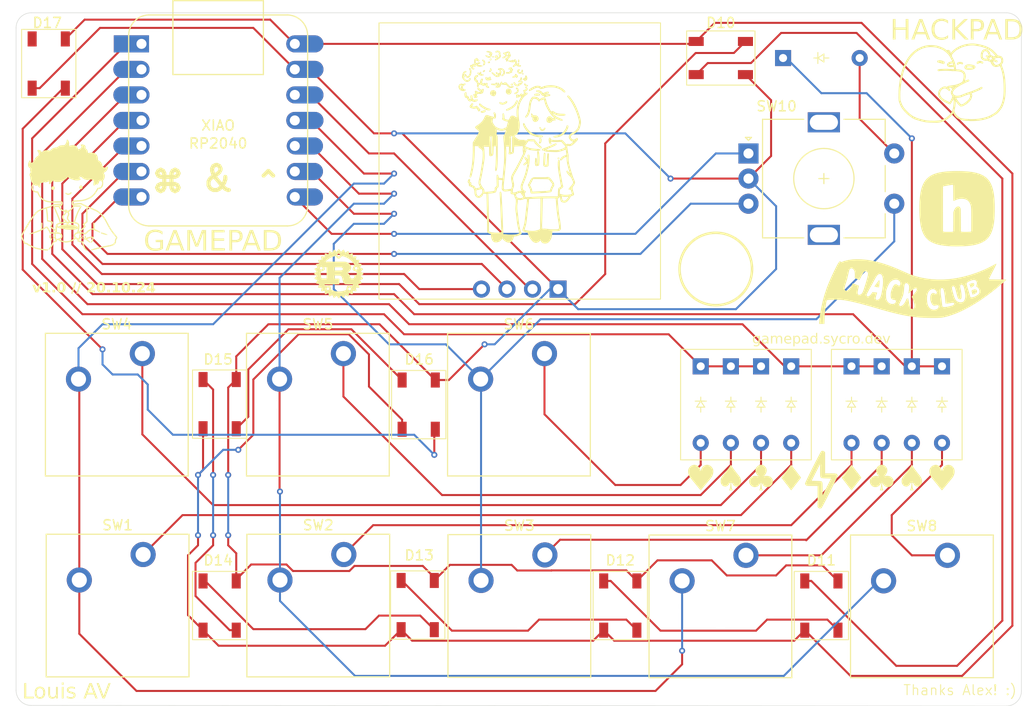
<source format=kicad_pcb>
(kicad_pcb (version 20240108) (generator "pcbnew") (generator_version "8.0")
  (layers (0 "F.Cu" signal) (31 "B.Cu" signal) (34 "B.Paste" user) (35 "F.Paste" user) (36 "B.SilkS" user "B.Silkscreen") (37 "F.SilkS" user "F.Silkscreen") (38 "B.Mask" user) (39 "F.Mask" user) (44 "Edge.Cuts" user))
  (net 0 "")
  (net 1 "Net-(D1-A)")
  (net 2 "Row 1")
  (net 3 "Net-(D2-A)")
  (net 4 "Net-(D3-A)")
  (net 5 "Net-(D4-A)")
  (net 6 "Row 2")
  (net 7 "Net-(D5-A)")
  (net 8 "Net-(D6-A)")
  (net 9 "Row 3")
  (net 10 "Net-(D7-A)")
  (net 11 "Net-(D8-A)")
  (net 12 "EC11SWB")
  (net 13 "Net-(D10-DOUT)")
  (net 14 "RGB")
  (net 15 "GND")
  (net 16 "Net-(D11-DOUT)")
  (net 17 "Net-(D12-DOUT)")
  (net 18 "Net-(D13-DOUT)")
  (net 19 "Net-(D14-DOUT)")
  (net 20 "SCL")
  (net 21 "SDA")
  (net 22 "Column 1")
  (net 23 "Column 3")
  (net 24 "EC11B")
  (net 25 "EC11A")
  (net 26 "+3.3V")
  (net 27 "Column 2")
  (net 28 "+5V")
  (net 29 "Net-(D15-DOUT)")
  (net 30 "Net-(D16-DOUT)")
  (footprint "ScottoKeebs_Components:Diode_DO-35" (layer "F.Cu") (at 173 106.19 -90)
    (property "Reference" "D3" (hide yes))
    (property "Value" "D" (hide yes))
    (pad "1" thru_hole rect (at 0 0 270) (size 1.6 1.6) (drill 0.8) (layers "*.Cu" "*.Mask") (net 2 "Row 1"))
    (pad "2" thru_hole oval (at 7.62 0 270) (size 1.6 1.6) (drill 0.8) (layers "*.Cu" "*.Mask") (net 4 "Net-(D3-A)"))
  )
  (footprint "ScottoKeebs_Components:LED_WS2812B" (layer "F.Cu") (at 126.95 110 90)
    (property "Reference" "D16" (at 4.5 0.05 0) (layer "F.SilkS"))
    (property "Value" "WS2812B")
    (pad "1" smd rect (at -2.45 -1.65 90) (size 1.5 0.9) (layers "F.Cu" "F.Paste" "F.Mask") (net 28 "+5V"))
    (pad "2" smd rect (at -2.45 1.65 90) (size 1.5 0.9) (layers "F.Cu" "F.Paste" "F.Mask") (net 30 "Net-(D16-DOUT)"))
    (pad "3" smd rect (at 2.45 1.65 90) (size 1.5 0.9) (layers "F.Cu" "F.Paste" "F.Mask") (net 15 "GND"))
    (pad "4" smd rect (at 2.45 -1.65 90) (size 1.5 0.9) (layers "F.Cu" "F.Paste" "F.Mask") (net 29 "Net-(D15-DOUT)"))
  )
  (footprint "ScottoKeebs_MX:MX_PCB_1.00u" (layer "F.Cu") (at 156.96 130.08)
    (property "Reference" "SW7" (at 0 -8 0) (layer "F.SilkS"))
    (property "Value" "SW_Push_45deg")
    (pad "" np_thru_hole circle (at -5.08 0) (size 1.75 1.75) (drill 1.75) (layers "*.Cu" "*.Mask"))
    (pad "" np_thru_hole circle (at 0 0) (size 4 4) (drill 4) (layers "*.Cu" "*.Mask"))
    (pad "" np_thru_hole circle (at 5.08 0) (size 1.75 1.75) (drill 1.75) (layers "*.Cu" "*.Mask"))
    (pad "1" thru_hole circle (at -3.81 -2.54) (size 2.5 2.5) (drill 1.5) (layers "*.Cu" "*.Mask") (net 22 "Column 1"))
    (pad "2" thru_hole circle (at 2.54 -5.08) (size 2.5 2.5) (drill 1.5) (layers "*.Cu" "*.Mask") (net 10 "Net-(D7-A)"))
  )
  (footprint "LOGO" (layer "F.Cu") (at 180.5 90.5)
    (property "Reference" "G***" (hide yes))
    (property "Value" "LOGO" (hide yes))
  )
  (footprint "LOGO" (layer "F.Cu") (at 119 97)
    (property "Reference" "G***" (hide yes))
    (property "Value" "LOGO" (hide yes))
  )
  (footprint "ScottoKeebs_MX:MX_PCB_1.00u" (layer "F.Cu") (at 96.92 110)
    (property "Reference" "SW4" (at 0 -8 0) (layer "F.SilkS"))
    (property "Value" "SW_Push_45deg")
    (pad "" np_thru_hole circle (at -5.08 0) (size 1.75 1.75) (drill 1.75) (layers "*.Cu" "*.Mask"))
    (pad "" np_thru_hole circle (at 0 0) (size 4 4) (drill 4) (layers "*.Cu" "*.Mask"))
    (pad "" np_thru_hole circle (at 5.08 0) (size 1.75 1.75) (drill 1.75) (layers "*.Cu" "*.Mask"))
    (pad "1" thru_hole circle (at -3.81 -2.54) (size 2.5 2.5) (drill 1.5) (layers "*.Cu" "*.Mask") (net 22 "Column 1"))
    (pad "2" thru_hole circle (at 2.54 -5.08) (size 2.5 2.5) (drill 1.5) (layers "*.Cu" "*.Mask") (net 5 "Net-(D4-A)"))
  )
  (footprint "ScottoKeebs_Components:Diode_DO-35" (layer "F.Cu") (at 158 106.19 -90)
    (property "Reference" "D5" (hide yes))
    (property "Value" "D" (hide yes))
    (pad "1" thru_hole rect (at 0 0 270) (size 1.6 1.6) (drill 0.8) (layers "*.Cu" "*.Mask") (net 6 "Row 2"))
    (pad "2" thru_hole oval (at 7.62 0 270) (size 1.6 1.6) (drill 0.8) (layers "*.Cu" "*.Mask") (net 7 "Net-(D5-A)"))
  )
  (footprint "ScottoKeebs_MX:MX_PCB_1.00u" (layer "F.Cu") (at 97 130)
    (property "Reference" "SW1" (at 0 -8 0) (layer "F.SilkS"))
    (property "Value" "SW_Push_45deg")
    (pad "" np_thru_hole circle (at -5.08 0) (size 1.75 1.75) (drill 1.75) (layers "*.Cu" "*.Mask"))
    (pad "" np_thru_hole circle (at 0 0) (size 4 4) (drill 4) (layers "*.Cu" "*.Mask"))
    (pad "" np_thru_hole circle (at 5.08 0) (size 1.75 1.75) (drill 1.75) (layers "*.Cu" "*.Mask"))
    (pad "1" thru_hole circle (at -3.81 -2.54) (size 2.5 2.5) (drill 1.5) (layers "*.Cu" "*.Mask") (net 22 "Column 1"))
    (pad "2" thru_hole circle (at 2.54 -5.08) (size 2.5 2.5) (drill 1.5) (layers "*.Cu" "*.Mask") (net 1 "Net-(D1-A)"))
  )
  (footprint "LOGO" (layer "F.Cu") (at 167 117.5)
    (property "Reference" "G***" (hide yes))
    (property "Value" "LOGO" (hide yes))
  )
  (footprint "Seeed Studio XIAO Series Library:XIAO-Generic-Hybrid-14P-2.54-21X17.8MM" (layer "F.Cu") (at 107 81.712015)
    (property "Reference" "U1" (hide yes))
    (property "Value" "MOUDLE-SEEEDUINO-XIAO" (hide yes))
    (fp_text user "RP2040" (at 0 2.287985 0) (layer "F.SilkS"))
    (fp_text user "XIAO" (at 0 0.5 0) (layer "F.SilkS"))
    (pad "1" thru_hole rect (at -7.625 -7.62) (size 3.5 1.7) (drill 1 (offset -1 0)) (layers "*.Cu" "*.Mask") (net 6 "Row 2"))
    (pad "2" thru_hole oval (at -7.625 -5.08) (size 3.6 1.7) (drill 1 (offset -1 0)) (layers "*.Cu" "*.Mask") (net 2 "Row 1"))
    (pad "3" thru_hole oval (at -7.625 -2.54) (size 3.6 1.7) (drill 1 (offset -1 0)) (layers "*.Cu" "*.Mask") (net 9 "Row 3"))
    (pad "4" thru_hole oval (at -7.625 0) (size 3.6 1.7) (drill 1 (offset -1 0)) (layers "*.Cu" "*.Mask") (net 14 "RGB"))
    (pad "5" thru_hole oval (at -7.625 2.54) (size 3.6 1.7) (drill 1 (offset -1 0)) (layers "*.Cu" "*.Mask") (net 21 "SDA"))
    (pad "6" thru_hole oval (at -7.625 5.08 180) (size 3.6 1.7) (drill 1 (offset 1 0)) (layers "*.Cu" "*.Mask") (net 20 "SCL"))
    (pad "7" thru_hole oval (at -7.625 7.62) (size 3.6 1.7) (drill 1 (offset -1 0)) (layers "*.Cu" "*.Mask") (net 24 "EC11B"))
    (pad "8" thru_hole oval (at 7.625 7.62) (size 3.6 1.7) (drill 1 (offset 1 0)) (layers "*.Cu" "*.Mask") (net 25 "EC11A"))
    (pad "9" thru_hole oval (at 7.625 5.08) (size 3.6 1.7) (drill 1 (offset 1 0)) (layers "*.Cu" "*.Mask") (net 23 "Column 3"))
    (pad "10" thru_hole oval (at 7.625 2.54) (size 3.6 1.7) (drill 1 (offset 1 0)) (layers "*.Cu" "*.Mask") (net 27 "Column 2"))
    (pad "11" thru_hole oval (at 7.625 0) (size 3.7 1.7) (drill 1 (offset 1 0)) (layers "*.Cu" "*.Mask") (net 22 "Column 1"))
    (pad "12" thru_hole oval (at 7.625 -2.54) (size 3.7 1.7) (drill 1 (offset 1 0)) (layers "*.Cu" "*.Mask") (net 26 "+3.3V"))
    (pad "13" thru_hole oval (at 7.625 -5.08) (size 3.7 1.7) (drill 1 (offset 1 0)) (layers "*.Cu" "*.Mask") (net 15 "GND"))
    (pad "14" thru_hole oval (at 7.625 -7.62) (size 3.7 1.7) (drill 1 (offset 1 0)) (layers "*.Cu" "*.Mask") (net 28 "+5V"))
  )
  (footprint "ScottoKeebs_Components:LED_WS2812B" (layer "F.Cu") (at 167 130 90)
    (property "Reference" "D11" (at 4.5 0 0) (layer "F.SilkS"))
    (property "Value" "WS2812B")
    (pad "1" smd rect (at -2.45 -1.65 90) (size 1.5 0.9) (layers "F.Cu" "F.Paste" "F.Mask") (net 28 "+5V"))
    (pad "2" smd rect (at -2.45 1.65 90) (size 1.5 0.9) (layers "F.Cu" "F.Paste" "F.Mask") (net 16 "Net-(D11-DOUT)"))
    (pad "3" smd rect (at 2.45 1.65 90) (size 1.5 0.9) (layers "F.Cu" "F.Paste" "F.Mask") (net 15 "GND"))
    (pad "4" smd rect (at 2.45 -1.65 90) (size 1.5 0.9) (layers "F.Cu" "F.Paste" "F.Mask") (net 13 "Net-(D10-DOUT)"))
  )
  (footprint "LOGO" (layer "F.Cu") (at 180.215771 77.038707)
    (property "Reference" "G***" (hide yes))
    (property "Value" "LOGO" (hide yes))
  )
  (footprint "ScottoKeebs_Components:OLED_128x64" (layer "F.Cu") (at 137 98.5 180)
    (property "Reference" "J1" (hide yes))
    (property "Value" "OLED_128x64")
    (pad "1" thru_hole rect (at -3.81 0 270) (size 1.7 1.7) (drill 1) (layers "*.Cu" "*.Mask") (net 15 "GND"))
    (pad "2" thru_hole oval (at -1.27 0 270) (size 1.7 1.7) (drill 1) (layers "*.Cu" "*.Mask") (net 26 "+3.3V"))
    (pad "3" thru_hole oval (at 1.27 0 270) (size 1.7 1.7) (drill 1) (layers "*.Cu" "*.Mask") (net 20 "SCL"))
    (pad "4" thru_hole oval (at 3.81 0 270) (size 1.7 1.7) (drill 1) (layers "*.Cu" "*.Mask") (net 21 "SDA"))
  )
  (footprint "ScottoKeebs_Components:Diode_DO-35" (layer "F.Cu") (at 163.19 75.5)
    (property "Reference" "D9" (hide yes))
    (property "Value" "D" (hide yes))
    (pad "1" thru_hole rect (at 0 0) (size 1.6 1.6) (drill 0.8) (layers "*.Cu" "*.Mask") (net 9 "Row 3"))
    (pad "2" thru_hole oval (at 7.62 0) (size 1.6 1.6) (drill 0.8) (layers "*.Cu" "*.Mask") (net 12 "EC11SWB"))
  )
  (footprint "ScottoKeebs_MX:MX_PCB_1.00u" (layer "F.Cu") (at 116.92 110)
    (property "Reference" "SW5" (at 0 -8 0) (layer "F.SilkS"))
    (property "Value" "SW_Push_45deg")
    (pad "" np_thru_hole circle (at -5.08 0) (size 1.75 1.75) (drill 1.75) (layers "*.Cu" "*.Mask"))
    (pad "" np_thru_hole circle (at 0 0) (size 4 4) (drill 4) (layers "*.Cu" "*.Mask"))
    (pad "" np_thru_hole circle (at 5.08 0) (size 1.75 1.75) (drill 1.75) (layers "*.Cu" "*.Mask"))
    (pad "1" thru_hole circle (at -3.81 -2.54) (size 2.5 2.5) (drill 1.5) (layers "*.Cu" "*.Mask") (net 27 "Column 2"))
    (pad "2" thru_hole circle (at 2.54 -5.08) (size 2.5 2.5) (drill 1.5) (layers "*.Cu" "*.Mask") (net 7 "Net-(D5-A)"))
  )
  (footprint "ScottoKeebs_Components:LED_WS2812B" (layer "F.Cu") (at 147 130 90)
    (property "Reference" "D12" (at 4.5 0 0) (layer "F.SilkS"))
    (property "Value" "WS2812B")
    (pad "1" smd rect (at -2.45 -1.65 90) (size 1.5 0.9) (layers "F.Cu" "F.Paste" "F.Mask") (net 28 "+5V"))
    (pad "2" smd rect (at -2.45 1.65 90) (size 1.5 0.9) (layers "F.Cu" "F.Paste" "F.Mask") (net 17 "Net-(D12-DOUT)"))
    (pad "3" smd rect (at 2.45 1.65 90) (size 1.5 0.9) (layers "F.Cu" "F.Paste" "F.Mask") (net 15 "GND"))
    (pad "4" smd rect (at 2.45 -1.65 90) (size 1.5 0.9) (layers "F.Cu" "F.Paste" "F.Mask") (net 16 "Net-(D11-DOUT)"))
  )
  (footprint "ScottoKeebs_Components:LED_WS2812B" (layer "F.Cu") (at 90.15 76.05 -90)
    (property "Reference" "D17" (at -4.05 0.15 0) (layer "F.SilkS"))
    (property "Value" "WS2812B")
    (pad "1" smd rect (at -2.45 -1.65 270) (size 1.5 0.9) (layers "F.Cu" "F.Paste" "F.Mask") (net 28 "+5V"))
    (pad "2" smd rect (at -2.45 1.65 270) (size 1.5 0.9) (layers "F.Cu" "F.Paste" "F.Mask"))
    (pad "3" smd rect (at 2.45 1.65 270) (size 1.5 0.9) (layers "F.Cu" "F.Paste" "F.Mask") (net 15 "GND"))
    (pad "4" smd rect (at 2.45 -1.65 270) (size 1.5 0.9) (layers "F.Cu" "F.Paste" "F.Mask") (net 30 "Net-(D16-DOUT)"))
  )
  (footprint "ScottoKeebs_MX:MX_PCB_1.00u" (layer "F.Cu") (at 136.92 110)
    (property "Reference" "SW6" (at 0 -8 0) (layer "F.SilkS"))
    (property "Value" "SW_Push_45deg")
    (pad "" np_thru_hole circle (at -5.08 0) (size 1.75 1.75) (drill 1.75) (layers "*.Cu" "*.Mask"))
    (pad "" np_thru_hole circle (at 0 0) (size 4 4) (drill 4) (layers "*.Cu" "*.Mask"))
    (pad "" np_thru_hole circle (at 5.08 0) (size 1.75 1.75) (drill 1.75) (layers "*.Cu" "*.Mask"))
    (pad "1" thru_hole circle (at -3.81 -2.54) (size 2.5 2.5) (drill 1.5) (layers "*.Cu" "*.Mask") (net 23 "Column 3"))
    (pad "2" thru_hole circle (at 2.54 -5.08) (size 2.5 2.5) (drill 1.5) (layers "*.Cu" "*.Mask") (net 8 "Net-(D6-A)"))
  )
  (footprint "ScottoKeebs_Components:LED_WS2812B" (layer "F.Cu") (at 107.15 130 90)
    (property "Reference" "D14" (at 4.5 -0.15 0) (layer "F.SilkS"))
    (property "Value" "WS2812B")
    (pad "1" smd rect (at -2.45 -1.65 90) (size 1.5 0.9) (layers "F.Cu" "F.Paste" "F.Mask") (net 28 "+5V"))
    (pad "2" smd rect (at -2.45 1.65 90) (size 1.5 0.9) (layers "F.Cu" "F.Paste" "F.Mask") (net 19 "Net-(D14-DOUT)"))
    (pad "3" smd rect (at 2.45 1.65 90) (size 1.5 0.9) (layers "F.Cu" "F.Paste" "F.Mask") (net 15 "GND"))
    (pad "4" smd rect (at 2.45 -1.65 90) (size 1.5 0.9) (layers "F.Cu" "F.Paste" "F.Mask") (net 18 "Net-(D13-DOUT)"))
  )
  (footprint "ScottoKeebs_Components:Diode_DO-35" (layer "F.Cu") (at 155 106.19 -90)
    (property "Reference" "D6" (hide yes))
    (property "Value" "D" (hide yes))
    (pad "1" thru_hole rect (at 0 0 270) (size 1.6 1.6) (drill 0.8) (layers "*.Cu" "*.Mask") (net 6 "Row 2"))
    (pad "2" thru_hole oval (at 7.62 0 270) (size 1.6 1.6) (drill 0.8) (layers "*.Cu" "*.Mask") (net 8 "Net-(D6-A)"))
  )
  (footprint "Rotary_Encoder:RotaryEncoder_Alps_EC11E-Switch_Vertical_H20mm" (layer "F.Cu") (at 159.75 85)
    (property "Reference" "SW10" (at 2.8 -4.7 0) (layer "F.SilkS"))
    (property "Value" "RotaryEncoder_Switch")
    (pad "A" thru_hole rect (at 0 0) (size 2 2) (drill 1) (layers "*.Cu" "*.Mask") (net 25 "EC11A"))
    (pad "B" thru_hole circle (at 0 5) (size 2 2) (drill 1) (layers "*.Cu" "*.Mask") (net 24 "EC11B"))
    (pad "C" thru_hole circle (at 0 2.5) (size 2 2) (drill 1) (layers "*.Cu" "*.Mask") (net 15 "GND"))
    (pad "MP" thru_hole rect (at 7.5 -3.1) (size 3.2 2) (drill oval 2.8 1.5) (layers "*.Cu" "*.Mask"))
    (pad "MP" thru_hole rect (at 7.5 8.1) (size 3.2 2) (drill oval 2.8 1.5) (layers "*.Cu" "*.Mask"))
    (pad "S1" thru_hole circle (at 14.5 5) (size 2 2) (drill 1) (layers "*.Cu" "*.Mask") (net 23 "Column 3"))
    (pad "S2" thru_hole circle (at 14.5 0) (size 2 2) (drill 1) (layers "*.Cu" "*.Mask") (net 12 "EC11SWB"))
  )
  (footprint "LOGO" (layer "F.Cu") (at 92 88)
    (property "Reference" "G***" (hide yes))
    (property "Value" "LOGO" (hide yes))
  )
  (footprint "ScottoKeebs_Components:LED_WS2812B" (layer "F.Cu") (at 157 75.5)
    (property "Reference" "D10" (at 0 -3.5 0) (layer "F.SilkS"))
    (property "Value" "WS2812B")
    (pad "1" smd rect (at -2.45 -1.65) (size 1.5 0.9) (layers "F.Cu" "F.Paste" "F.Mask") (net 28 "+5V"))
    (pad "2" smd rect (at -2.45 1.65) (size 1.5 0.9) (layers "F.Cu" "F.Paste" "F.Mask") (net 13 "Net-(D10-DOUT)"))
    (pad "3" smd rect (at 2.45 1.65) (size 1.5 0.9) (layers "F.Cu" "F.Paste" "F.Mask") (net 15 "GND"))
    (pad "4" smd rect (at 2.45 -1.65) (size 1.5 0.9) (layers "F.Cu" "F.Paste" "F.Mask") (net 14 "RGB"))
  )
  (footprint "ScottoKeebs_Components:Diode_DO-35" (layer "F.Cu") (at 179 106.19 -90)
    (property "Reference" "D8" (hide yes))
    (property "Value" "D" (hide yes))
    (pad "1" thru_hole rect (at 0 0 270) (size 1.6 1.6) (drill 0.8) (layers "*.Cu" "*.Mask") (net 9 "Row 3"))
    (pad "2" thru_hole oval (at 7.62 0 270) (size 1.6 1.6) (drill 0.8) (layers "*.Cu" "*.Mask") (net 11 "Net-(D8-A)"))
  )
  (footprint "ScottoKeebs_Components:LED_WS2812B" (layer "F.Cu") (at 107.15 109.95 90)
    (property "Reference" "D15" (at 4.45 -0.15 0) (layer "F.SilkS"))
    (property "Value" "WS2812B")
    (pad "1" smd rect (at -2.45 -1.65 90) (size 1.5 0.9) (layers "F.Cu" "F.Paste" "F.Mask") (net 28 "+5V"))
    (pad "2" smd rect (at -2.45 1.65 90) (size 1.5 0.9) (layers "F.Cu" "F.Paste" "F.Mask") (net 29 "Net-(D15-DOUT)"))
    (pad "3" smd rect (at 2.45 1.65 90) (size 1.5 0.9) (layers "F.Cu" "F.Paste" "F.Mask") (net 15 "GND"))
    (pad "4" smd rect (at 2.45 -1.65 90) (size 1.5 0.9) (layers "F.Cu" "F.Paste" "F.Mask") (net 19 "Net-(D14-DOUT)"))
  )
  (footprint "ScottoKeebs_Components:LED_WS2812B" (layer "F.Cu") (at 126.85 129.95 90)
    (property "Reference" "D13" (at 4.95 0.15 0) (layer "F.SilkS"))
    (property "Value" "WS2812B")
    (pad "1" smd rect (at -2.45 -1.65 90) (size 1.5 0.9) (layers "F.Cu" "F.Paste" "F.Mask") (net 28 "+5V"))
    (pad "2" smd rect (at -2.45 1.65 90) (size 1.5 0.9) (layers "F.Cu" "F.Paste" "F.Mask") (net 18 "Net-(D13-DOUT)"))
    (pad "3" smd rect (at 2.45 1.65 90) (size 1.5 0.9) (layers "F.Cu" "F.Paste" "F.Mask") (net 15 "GND"))
    (pad "4" smd rect (at 2.45 -1.65 90) (size 1.5 0.9) (layers "F.Cu" "F.Paste" "F.Mask") (net 17 "Net-(D12-DOUT)"))
  )
  (footprint "MountingHole:MountingHole_3.2mm_M3" (layer "F.Cu") (at 156.5 96.5)
    (property "Reference" "REF**" (hide yes))
    (property "Value" "MountingHole_3.2mm_M3")
    (pad "" np_thru_hole circle (at 0 0) (size 3.2 3.2) (drill 3.2) (layers "*.Cu" "*.Mask"))
  )
  (footprint "ScottoKeebs_MX:MX_PCB_1.00u" (layer "F.Cu") (at 116.96 130)
    (property "Reference" "SW2" (at 0 -8 0) (layer "F.SilkS"))
    (property "Value" "SW_Push_45deg")
    (pad "" np_thru_hole circle (at -5.08 0) (size 1.75 1.75) (drill 1.75) (layers "*.Cu" "*.Mask"))
    (pad "" np_thru_hole circle (at 0 0) (size 4 4) (drill 4) (layers "*.Cu" "*.Mask"))
    (pad "" np_thru_hole circle (at 5.08 0) (size 1.75 1.75) (drill 1.75) (layers "*.Cu" "*.Mask"))
    (pad "1" thru_hole circle (at -3.81 -2.54) (size 2.5 2.5) (drill 1.5) (layers "*.Cu" "*.Mask") (net 27 "Column 2"))
    (pad "2" thru_hole circle (at 2.54 -5.08) (size 2.5 2.5) (drill 1.5) (layers "*.Cu" "*.Mask") (net 3 "Net-(D2-A)"))
  )
  (footprint "ScottoKeebs_MX:MX_PCB_1.00u" (layer "F.Cu") (at 177 130.08)
    (property "Reference" "SW8" (at 0 -8 0) (layer "F.SilkS"))
    (property "Value" "SW_Push_45deg")
    (pad "" np_thru_hole circle (at -5.08 0) (size 1.75 1.75) (drill 1.75) (layers "*.Cu" "*.Mask"))
    (pad "" np_thru_hole circle (at 0 0) (size 4 4) (drill 4) (layers "*.Cu" "*.Mask"))
    (pad "" np_thru_hole circle (at 5.08 0) (size 1.75 1.75) (drill 1.75) (layers "*.Cu" "*.Mask"))
    (pad "1" thru_hole circle (at -3.81 -2.54) (size 2.5 2.5) (drill 1.5) (layers "*.Cu" "*.Mask") (net 27 "Column 2"))
    (pad "2" thru_hole circle (at 2.54 -5.08) (size 2.5 2.5) (drill 1.5) (layers "*.Cu" "*.Mask") (net 11 "Net-(D8-A)"))
  )
  (footprint "ScottoKeebs_Components:Diode_DO-35" (layer "F.Cu") (at 164 106.19 -90)
    (property "Reference" "D1" (hide yes))
    (property "Value" "D" (hide yes))
    (pad "1" thru_hole rect (at 0 0 270) (size 1.6 1.6) (drill 0.8) (layers "*.Cu" "*.Mask") (net 2 "Row 1"))
    (pad "2" thru_hole oval (at 7.62 0 270) (size 1.6 1.6) (drill 0.8) (layers "*.Cu" "*.Mask") (net 1 "Net-(D1-A)"))
  )
  (footprint "LOGO" (layer "F.Cu") (at 176.5 98.5)
    (property "Reference" "G***" (hide yes))
    (property "Value" "LOGO" (hide yes))
  )
  (footprint "ScottoKeebs_MX:MX_PCB_1.00u" (layer "F.Cu") (at 136.96 130.04)
    (property "Reference" "SW3" (at 0 -8 0) (layer "F.SilkS"))
    (property "Value" "SW_Push_45deg")
    (pad "" np_thru_hole circle (at -5.08 0) (size 1.75 1.75) (drill 1.75) (layers "*.Cu" "*.Mask"))
    (pad "" np_thru_hole circle (at 0 0) (size 4 4) (drill 4) (layers "*.Cu" "*.Mask"))
    (pad "" np_thru_hole circle (at 5.08 0) (size 1.75 1.75) (drill 1.75) (layers "*.Cu" "*.Mask"))
    (pad "1" thru_hole circle (at -3.81 -2.54) (size 2.5 2.5) (drill 1.5) (layers "*.Cu" "*.Mask") (net 23 "Column 3"))
    (pad "2" thru_hole circle (at 2.54 -5.08) (size 2.5 2.5) (drill 1.5) (layers "*.Cu" "*.Mask") (net 4 "Net-(D3-A)"))
  )
  (footprint "ScottoKeebs_Components:Diode_DO-35" (layer "F.Cu") (at 161 106.19 -90)
    (property "Reference" "D4" (hide yes))
    (property "Value" "D" (hide yes))
    (pad "1" thru_hole rect (at 0 0 270) (size 1.6 1.6) (drill 0.8) (layers "*.Cu" "*.Mask") (net 6 "Row 2"))
    (pad "2" thru_hole oval (at 7.62 0 270) (size 1.6 1.6) (drill 0.8) (layers "*.Cu" "*.Mask") (net 5 "Net-(D4-A)"))
  )
  (footprint "ScottoKeebs_Components:Diode_DO-35" (layer "F.Cu") (at 170 106.19 -90)
    (property "Reference" "D2" (hide yes))
    (property "Value" "D" (hide yes))
    (pad "1" thru_hole rect (at 0 0 270) (size 1.6 1.6) (drill 0.8) (layers "*.Cu" "*.Mask") (net 2 "Row 1"))
    (pad "2" thru_hole oval (at 7.62 0 270) (size 1.6 1.6) (drill 0.8) (layers "*.Cu" "*.Mask") (net 3 "Net-(D2-A)"))
  )
  (footprint "LOGO" (layer "F.Cu") (at 137.5 86.5)
    (property "Reference" "G***" (hide yes))
    (property "Value" "LOGO" (hide yes))
  )
  (footprint "ScottoKeebs_Components:Diode_DO-35" (layer "F.Cu") (at 176 106.19 -90)
    (property "Reference" "D7" (hide yes))
    (property "Value" "D" (hide yes))
    (pad "1" thru_hole rect (at 0 0 270) (size 1.6 1.6) (drill 0.8) (layers "*.Cu" "*.Mask") (net 9 "Row 3"))
    (pad "2" thru_hole oval (at 7.62 0 270) (size 1.6 1.6) (drill 0.8) (layers "*.Cu" "*.Mask") (net 10 "Net-(D7-A)"))
  )
  (gr_circle (center 156.5 96.5) (end 160.105551 96.5) (stroke (width 0.25)) (fill none) (layer "F.SilkS"))
  (gr_rect (start 168 104.5) (end 181 115.5) (stroke (width 0.1)) (fill none) (layer "F.SilkS"))
  (gr_rect (start 123 72) (end 151 99.5) (stroke (width 0.1)) (fill none) (layer "F.SilkS"))
  (gr_rect (start 153 104.5) (end 166 115.5) (stroke (width 0.1)) (fill none) (layer "F.SilkS"))
  (gr_line (start 88.4 71) (end 185.4 71) (stroke (width 0.05)) (layer "Edge.Cuts"))
  (gr_line (start 185.4 140) (end 88.40004 139.9393) (stroke (width 0.05)) (layer "Edge.Cuts"))
  (gr_line (start 86.90004 138.4393) (end 86.9 72.5) (stroke (width 0.05)) (layer "Edge.Cuts"))
  (gr_arc (start 88.40004 139.9393) (mid 87.33938 139.49996) (end 86.90004 138.4393) (stroke (width 0.05)) (layer "Edge.Cuts"))
  (gr_arc (start 186.9 138.5) (mid 186.46066 139.56066) (end 185.4 140) (stroke (width 0.05)) (layer "Edge.Cuts"))
  (gr_arc (start 185.4 71) (mid 186.46066 71.43934) (end 186.9 72.5) (stroke (width 0.05)) (layer "Edge.Cuts"))
  (gr_arc (start 86.9 72.5) (mid 87.33934 71.43934) (end 88.4 71) (stroke (width 0.05)) (layer "Edge.Cuts"))
  (gr_line (start 186.9 72.5) (end 186.9 138.5) (stroke (width 0.05)) (layer "Edge.Cuts"))
  (gr_text "♠︎" (at 176 117.5 0) (layer "F.SilkS") (effects (font (size 2.5 2.5) (thickness 0.1))))
  (gr_text "v1.0 // 20.10.24" (at 88.5 99 0) (layer "F.SilkS") (effects (font (size 1 1) (thickness 0.25) (bold yes)) (justify left bottom)))
  (gr_text "gamepad.sycro.dev" (at 167 103.5 0) (layer "F.SilkS") (effects (font (size 1 1) (thickness 0.1))))
  (gr_text "HACKPAD" (at 180.5 74 0) (layer "F.SilkS") (effects (font (size 2 2) (thickness 0.1)) (justify bottom)))
  (gr_text "Thanks Alex! :)" (at 186.5 139 0) (layer "F.SilkS") (effects (font (size 1 1) (thickness 0.1)) (justify right bottom)))
  (gr_text "♦︎" (at 164 117.5 0) (layer "F.SilkS") (effects (font (size 2.5 2.5) (thickness 0.1))))
  (gr_text "♥︎" (at 155 117.5 0) (layer "F.SilkS") (effects (font (size 2.5 2.5) (thickness 0.1))))
  (gr_text "♠︎" (at 158 117.5 0) (layer "F.SilkS") (effects (font (size 2.5 2.5) (thickness 0.1))))
  (gr_text "♦︎" (at 170 117.5 0) (layer "F.SilkS") (effects (font (size 2.5 2.5) (thickness 0.1))))
  (gr_text "Louis AV" (at 87.5 139.5 0) (layer "F.SilkS") (effects (font (size 1.5 1.5) (thickness 0.1)) (justify left bottom)))
  (gr_text "GAMEPAD" (at 106.5 95 0) (layer "F.SilkS") (effects (font (size 2 2) (thickness 0.1)) (justify bottom)))
  (gr_text "♣︎" (at 173 117.5 0) (layer "F.SilkS") (effects (font (size 2.5 2.5) (thickness 0.1))))
  (gr_text "⌘ & ⌃" (at 107 87.5 0) (layer "F.SilkS") (effects (font (size 2.5 2.5) (thickness 0.4))))
  (gr_text "♣︎" (at 161 117.5 0) (layer "F.SilkS") (effects (font (size 2.5 2.5) (thickness 0.1))))
  (gr_text "♥︎" (at 179 117.5 0) (layer "F.SilkS") (effects (font (size 2.5 2.5) (thickness 0.1))))
  (segment (start 164 113.81) (end 164 116) (width 0.2) (layer "F.Cu") (net 1))
  (segment (start 164 116) (end 159 121) (width 0.2) (layer "F.Cu") (net 1))
  (segment (start 103.46 121) (end 99.54 124.92) (width 0.2) (layer "F.Cu") (net 1))
  (segment (start 159 121) (end 103.46 121) (width 0.2) (layer "F.Cu") (net 1))
  (segment (start 126 102) (end 124 100) (width 0.2) (layer "F.Cu") (net 2))
  (segment (start 163.345 106.19) (end 159.155 102) (width 0.2) (layer "F.Cu") (net 2))
  (segment (start 97.867985 76.632015) (end 99.375 76.632015) (width 0.2) (layer "F.Cu") (net 2))
  (segment (start 164 106.19) (end 170 106.19) (width 0.2) (layer "F.Cu") (net 2))
  (segment (start 159.155 102) (end 126 102) (width 0.2) (layer "F.Cu") (net 2))
  (segment (start 124 100) (end 94 100) (width 0.2) (layer "F.Cu") (net 2))
  (segment (start 89.5 95.5) (end 89.5 85) (width 0.2) (layer "F.Cu") (net 2))
  (segment (start 89.5 85) (end 97.867985 76.632015) (width 0.2) (layer "F.Cu") (net 2))
  (segment (start 170 106.19) (end 173 106.19) (width 0.2) (layer "F.Cu") (net 2))
  (segment (start 164 106.19) (end 163.345 106.19) (width 0.2) (layer "F.Cu") (net 2))
  (segment (start 94 100) (end 89.5 95.5) (width 0.2) (layer "F.Cu") (net 2))
  (segment (start 170 116) (end 164 122) (width 0.2) (layer "F.Cu") (net 3))
  (segment (start 164 122) (end 122.42 122) (width 0.2) (layer "F.Cu") (net 3))
  (segment (start 170 113.81) (end 170 116) (width 0.2) (layer "F.Cu") (net 3))
  (segment (start 122.42 122) (end 119.5 124.92) (width 0.2) (layer "F.Cu") (net 3))
  (segment (start 165.45 123.45) (end 141.01 123.45) (width 0.2) (layer "F.Cu") (net 4))
  (segment (start 165.5 123.5) (end 165.45 123.45) (width 0.2) (layer "F.Cu") (net 4))
  (segment (start 141.01 123.45) (end 139.5 124.96) (width 0.2) (layer "F.Cu") (net 4))
  (segment (start 173 116) (end 165.5 123.5) (width 0.2) (layer "F.Cu") (net 4))
  (segment (start 173 113.81) (end 173 116) (width 0.2) (layer "F.Cu") (net 4))
  (segment (start 106.5 120) (end 99.46 112.96) (width 0.2) (layer "F.Cu") (net 5))
  (segment (start 157 120) (end 106.5 120) (width 0.2) (layer "F.Cu") (net 5))
  (segment (start 99.46 112.96) (end 99.46 104.92) (width 0.2) (layer "F.Cu") (net 5))
  (segment (start 161 113.81) (end 161 116) (width 0.2) (layer "F.Cu") (net 5))
  (segment (start 161 116) (end 157 120) (width 0.2) (layer "F.Cu") (net 5))
  (segment (start 99.375 74.092015) (end 97.907985 74.092015) (width 0.2) (layer "F.Cu") (net 6))
  (segment (start 123.5 101) (end 125.5 103) (width 0.2) (layer "F.Cu") (net 6))
  (segment (start 158 106.19) (end 155 106.19) (width 0.2) (layer "F.Cu") (net 6))
  (segment (start 97.907985 74.092015) (end 88.5 83.5) (width 0.2) (layer "F.Cu") (net 6))
  (segment (start 161 106.19) (end 158 106.19) (width 0.2) (layer "F.Cu") (net 6))
  (segment (start 93.5 101) (end 123.5 101) (width 0.2) (layer "F.Cu") (net 6))
  (segment (start 88.5 83.5) (end 88.5 96) (width 0.2) (layer "F.Cu") (net 6))
  (segment (start 151.81 103) (end 155 106.19) (width 0.2) (layer "F.Cu") (net 6))
  (segment (start 88.5 96) (end 93.5 101) (width 0.2) (layer "F.Cu") (net 6))
  (segment (start 125.5 103) (end 151.81 103) (width 0.2) (layer "F.Cu") (net 6))
  (segment (start 158 116) (end 155 119) (width 0.2) (layer "F.Cu") (net 7))
  (segment (start 129.267588 119) (end 119.46 109.192412) (width 0.2) (layer "F.Cu") (net 7))
  (segment (start 158 113.81) (end 158 116) (width 0.2) (layer "F.Cu") (net 7))
  (segment (start 155 119) (end 129.267588 119) (width 0.2) (layer "F.Cu") (net 7))
  (segment (start 119.46 109.192412) (end 119.46 104.92) (width 0.2) (layer "F.Cu") (net 7))
  (segment (start 155 113.81) (end 155 116) (width 0.2) (layer "F.Cu") (net 8))
  (segment (start 153 118) (end 146.5 118) (width 0.2) (layer "F.Cu") (net 8))
  (segment (start 139.46 110.96) (end 139.46 104.92) (width 0.2) (layer "F.Cu") (net 8))
  (segment (start 146.5 118) (end 139.46 110.96) (width 0.2) (layer "F.Cu") (net 8))
  (segment (start 155 116) (end 153 118) (width 0.2) (layer "F.Cu") (net 8))
  (segment (start 124.5 99) (end 126.5 101) (width 0.2) (layer "F.Cu") (net 9))
  (segment (start 90.5 95) (end 94.5 99) (width 0.2) (layer "F.Cu") (net 9))
  (segment (start 170.155 101) (end 175.345 106.19) (width 0.2) (layer "F.Cu") (net 9))
  (segment (start 97.827985 79.172015) (end 90.5 86.5) (width 0.2) (layer "F.Cu") (net 9))
  (segment (start 126.5 101) (end 170.155 101) (width 0.2) (layer "F.Cu") (net 9))
  (segment (start 99.375 79.172015) (end 97.827985 79.172015) (width 0.2) (layer "F.Cu") (net 9))
  (segment (start 176 106.19) (end 176 83.5) (width 0.2) (layer "F.Cu") (net 9))
  (segment (start 90.5 86.5) (end 90.5 95) (width 0.2) (layer "F.Cu") (net 9))
  (segment (start 176 106.19) (end 179 106.19) (width 0.2) (layer "F.Cu") (net 9))
  (segment (start 175.345 106.19) (end 176 106.19) (width 0.2) (layer "F.Cu") (net 9))
  (segment (start 94.5 99) (end 124.5 99) (width 0.2) (layer "F.Cu") (net 9))
  (via (at 176 83.5) (size 0.6) (drill 0.3) (layers "F.Cu" "B.Cu") (net 9))
  (segment (start 176 83.5) (end 171.5 79) (width 0.2) (layer "B.Cu") (net 9))
  (segment (start 171.5 79) (end 167 79) (width 0.2) (layer "B.Cu") (net 9))
  (segment (start 163.5 75.5) (end 163.19 75.5) (width 0.2) (layer "B.Cu") (net 9))
  (segment (start 167 79) (end 163.5 75.5) (width 0.2) (layer "B.Cu") (net 9))
  (segment (start 167 125) (end 159.5 125) (width 0.2) (layer "F.Cu") (net 10))
  (segment (start 176 113.81) (end 176 116) (width 0.2) (layer "F.Cu") (net 10))
  (segment (start 176 116) (end 167 125) (width 0.2) (layer "F.Cu") (net 10))
  (segment (start 174 123) (end 176 125) (width 0.2) (layer "F.Cu") (net 11))
  (segment (start 179 116) (end 174 121) (width 0.2) (layer "F.Cu") (net 11))
  (segment (start 176 125) (end 179.54 125) (width 0.2) (layer "F.Cu") (net 11))
  (segment (start 174 121) (end 174 123) (width 0.2) (layer "F.Cu") (net 11))
  (segment (start 179 113.81) (end 179 116) (width 0.2) (layer "F.Cu") (net 11))
  (segment (start 170.81 81.56) (end 174.25 85) (width 0.2) (layer "F.Cu") (net 12))
  (segment (start 170.81 75.5) (end 170.81 81.56) (width 0.2) (layer "F.Cu") (net 12))
  (segment (start 166 127.55) (end 174.45 136) (width 0.2) (layer "F.Cu") (net 13))
  (segment (start 163 73) (end 160 76) (width 0.2) (layer "F.Cu") (net 13))
  (segment (start 165.35 127.55) (end 166 127.55) (width 0.2) (layer "F.Cu") (net 13))
  (segment (start 170.5 73) (end 163 73) (width 0.2) (layer "F.Cu") (net 13))
  (segment (start 155.7 76) (end 154.55 77.15) (width 0.2) (layer "F.Cu") (net 13))
  (segment (start 180.5 136) (end 185 131.5) (width 0.2) (layer "F.Cu") (net 13))
  (segment (start 185 131.5) (end 185 87.5) (width 0.2) (layer "F.Cu") (net 13))
  (segment (start 174.45 136) (end 180.5 136) (width 0.2) (layer "F.Cu") (net 13))
  (segment (start 185 87.5) (end 170.5 73) (width 0.2) (layer "F.Cu") (net 13))
  (segment (start 160 76) (end 155.7 76) (width 0.2) (layer "F.Cu") (net 13))
  (segment (start 154.5 75) (end 158.3 75) (width 0.2) (layer "F.Cu") (net 14))
  (segment (start 97.787985 81.712015) (end 91.5 88) (width 0.2) (layer "F.Cu") (net 14))
  (segment (start 99.375 81.712015) (end 97.787985 81.712015) (width 0.2) (layer "F.Cu") (net 14))
  (segment (start 158.3 75) (end 159.45 73.85) (width 0.2) (layer "F.Cu") (net 14))
  (segment (start 91.5 94.532843) (end 94.967157 98) (width 0.2) (layer "F.Cu") (net 14))
  (segment (start 145.5 97) (end 145.5 84) (width 0.2) (layer "F.Cu") (net 14))
  (segment (start 94.967157 98) (end 125 98) (width 0.2) (layer "F.Cu") (net 14))
  (segment (start 145.5 84) (end 154.5 75) (width 0.2) (layer "F.Cu") (net 14))
  (segment (start 91.5 88) (end 91.5 94.532843) (width 0.2) (layer "F.Cu") (net 14))
  (segment (start 142.5 100) (end 145.5 97) (width 0.2) (layer "F.Cu") (net 14))
  (segment (start 127 100) (end 142.5 100) (width 0.2) (layer "F.Cu") (net 14))
  (segment (start 125 98) (end 127 100) (width 0.2) (layer "F.Cu") (net 14))
  (segment (start 168.65 127.55) (end 167.1 126) (width 0.2) (layer "F.Cu") (net 15))
  (segment (start 120.556016 126.056016) (end 120.053048 126.558984) (width 0.2) (layer "F.Cu") (net 15))
  (segment (start 147.6 126.5) (end 140.152032 126.5) (width 0.2) (layer "F.Cu") (net 15))
  (segment (start 108 123) (end 108 124) (width 0.2) (layer "F.Cu") (net 15))
  (segment (start 162 85.25) (end 159.75 87.5) (width 0.2) (layer "F.Cu") (net 15))
  (segment (start 114.625 76.632015) (end 110.492985 72.5) (width 0.2) (layer "F.Cu") (net 15))
  (segment (start 130.05 125.95) (end 128.5 127.5) (width 0.2) (layer "F.Cu") (net 15))
  (segment (start 127.356016 126.056016) (end 120.556016 126.056016) (width 0.2) (layer "F.Cu") (net 15))
  (segment (start 112 102) (end 123.05 102) (width 0.2) (layer "F.Cu") (net 15))
  (segment (start 136.753402 126.51) (end 136.193402 125.95) (width 0.2) (layer "F.Cu") (net 15))
  (segment (start 108 124) (end 108.8 124.8) (width 0.2) (layer "F.Cu") (net 15))
  (segment (start 157.592412 127) (end 156.092412 125.5) (width 0.2) (layer "F.Cu") (net 15))
  (segment (start 110.492985 72.5) (end 95.25 72.5) (width 0.2) (layer "F.Cu") (net 15))
  (segment (start 162 79.7) (end 162 85.25) (width 0.2) (layer "F.Cu") (net 15))
  (segment (start 123.05 102) (end 128.6 107.55) (width 0.2) (layer "F.Cu") (net 15))
  (segment (start 113.792032 125.91) (end 110.29 125.91) (width 0.2) (layer "F.Cu") (net 15))
  (segment (start 136.193402 125.95) (end 130.05 125.95) (width 0.2) (layer "F.Cu") (net 15))
  (segment (start 124.5 83) (end 125.31 83) (width 0.2) (layer "F.Cu") (net 15))
  (segment (start 122.5 83) (end 116.132015 76.632015) (width 0.2) (layer "F.Cu") (net 15))
  (segment (start 128.5 127.2) (end 127.356016 126.056016) (width 0.2) (layer "F.Cu") (net 15))
  (segment (start 133.5 104) (end 129.95 107.55) (width 0.2) (layer "F.Cu") (net 15))
  (segment (start 140.142032 126.51) (end 136.753402 126.51) (width 0.2) (layer "F.Cu") (net 15))
  (segment (start 156.092412 125.5) (end 150.7 125.5) (width 0.2) (layer "F.Cu") (net 15))
  (segment (start 167.1 126) (end 163.5 126) (width 0.2) (layer "F.Cu") (net 15))
  (segment (start 150.7 125.5) (end 148.65 127.55) (width 0.2) (layer "F.Cu") (net 15))
  (segment (start 114.441016 126.558984) (end 113.792032 125.91) (width 0.2) (layer "F.Cu") (net 15))
  (segment (start 163.5 126) (end 162.5 127) (width 0.2) (layer "F.Cu") (net 15))
  (segment (start 124.5 83) (end 122.5 83) (width 0.2) (layer "F.Cu") (net 15))
  (segment (start 108 108.3) (end 108.8 107.5) (width 0.2) (layer "F.Cu") (net 15))
  (segment (start 162.5 127) (end 157.592412 127) (width 0.2) (layer "F.Cu") (net 15))
  (segment (start 95.25 72.5) (end 89.25 78.5) (width 0.2) (layer "F.Cu") (net 15))
  (segment (start 129.95 107.55) (end 128.6 107.55) (width 0.2) (layer "F.Cu") (net 15))
  (segment (start 116.132015 76.632015) (end 114.625 76.632015) (width 0.2) (layer "F.Cu") (net 15))
  (segment (start 110.29 125.91) (end 108.65 127.55) (width 0.2) (layer "F.Cu") (net 15))
  (segment (start 120.053048 126.558984) (end 114.441016 126.558984) (width 0.2) (layer "F.Cu") (net 15))
  (segment (start 159.75 87.5) (end 152 87.5) (width 0.2) (layer "F.Cu") (net 15))
  (segment (start 108.8 105.2) (end 112 102) (width 0.2) (layer "F.Cu") (net 15))
  (segment (start 108.8 124.8) (end 108.8 127.55) (width 0.2) (layer "F.Cu") (net 15))
  (segment (start 148.65 127.55) (end 147.6 126.5) (width 0.2) (layer "F.Cu") (net 15))
  (segment (start 140.152032 126.5) (end 140.142032 126.51) (width 0.2) (layer "F.Cu") (net 15))
  (segment (start 128.5 127.5) (end 128.5 127.2) (width 0.2) (layer "F.Cu") (net 15))
  (segment (start 89.25 78.5) (end 88.5 78.5) (width 0.2) (layer "F.Cu") (net 15))
  (segment (start 108.8 107.5) (end 108.8 105.2) (width 0.2) (layer "F.Cu") (net 15))
  (segment (start 159.45 77.15) (end 162 79.7) (width 0.2) (layer "F.Cu") (net 15))
  (segment (start 108 117) (end 108 108.3) (width 0.2) (layer "F.Cu") (net 15))
  (segment (start 125.31 83) (end 140.81 98.5) (width 0.2) (layer "F.Cu") (net 15))
  (via (at 133.5 104) (size 0.6) (drill 0.3) (layers "F.Cu" "B.Cu") (net 15))
  (via (at 124.5 83) (size 0.6) (drill 0.3) (layers "F.Cu" "B.Cu") (net 15))
  (via (at 152 87.5) (size 0.6) (drill 0.3) (layers "F.Cu" "B.Cu") (net 15))
  (via (at 108 123) (size 0.6) (drill 0.3) (layers "F.Cu" "B.Cu") (net 15))
  (via (at 108 117) (size 0.6) (drill 0.3) (layers "F.Cu" "B.Cu") (net 15))
  (segment (start 147.5 83) (end 124.5 83) (width 0.2) (layer "B.Cu") (net 15))
  (segment (start 158.5 100.5) (end 142.81 100.5) (width 0.2) (layer "B.Cu") (net 15))
  (segment (start 134.5 104) (end 140 98.5) (width 0.2) (layer "B.Cu") (net 15))
  (segment (start 162.5 90.25) (end 162.5 96.5) (width 0.2) (layer "B.Cu") (net 15))
  (segment (start 142.81 100.5) (end 140.81 98.5) (width 0.2) (layer "B.Cu") (net 15))
  (segment (start 159.75 87.5) (end 159 87.5) (width 0.2) (layer "B.Cu") (net 15))
  (segment (start 140 98.5) (end 140.81 98.5) (width 0.2) (layer "B.Cu") (net 15))
  (segment (start 152 87.5) (end 147.5 83) (width 0.2) (layer "B.Cu") (net 15))
  (segment (start 133.5 104) (end 134.5 104) (width 0.2) (layer "B.Cu") (net 15))
  (segment (start 162.5 96.5) (end 158.5 100.5) (width 0.2) (layer "B.Cu") (net 15))
  (segment (start 159.75 87.5) (end 162.5 90.25) (width 0.2) (layer "B.Cu") (net 15))
  (segment (start 108 123) (end 108 117) (width 0.2) (layer "B.Cu") (net 15))
  (segment (start 146.05 127.55) (end 145.35 127.55) (width 0.2) (layer "F.Cu") (net 16))
  (segment (start 168.65 132.45) (end 167.6 131.4) (width 0.2) (layer "F.Cu") (net 16))
  (segment (start 160.503402 132.5) (end 151 132.5) (width 0.2) (layer "F.Cu") (net 16))
  (segment (start 161.603402 131.4) (end 160.503402 132.5) (width 0.2) (layer "F.Cu") (net 16))
  (segment (start 167.6 131.4) (end 161.603402 131.4) (width 0.2) (layer "F.Cu") (net 16))
  (segment (start 151 132.5) (end 146.05 127.55) (width 0.2) (layer "F.Cu") (net 16))
  (segment (start 130.25 132.5) (end 125.25 127.5) (width 0.2) (layer "F.Cu") (net 17))
  (segment (start 125.25 127.5) (end 125.2 127.5) (width 0.2) (layer "F.Cu") (net 17))
  (segment (start 147.6 131.4) (end 138.923402 131.4) (width 0.2) (layer "F.Cu") (net 17))
  (segment (start 137.823402 132.5) (end 130.25 132.5) (width 0.2) (layer "F.Cu") (net 17))
  (segment (start 138.923402 131.4) (end 137.823402 132.5) (width 0.2) (layer "F.Cu") (net 17))
  (segment (start 148.65 132.45) (end 147.6 131.4) (width 0.2) (layer "F.Cu") (net 17))
  (segment (start 121.65 132.35) (end 110.5 132.35) (width 0.2) (layer "F.Cu") (net 18))
  (segment (start 105.7 127.55) (end 105.5 127.55) (width 0.2) (layer "F.Cu") (net 18))
  (segment (start 127.1 131) (end 123 131) (width 0.2) (layer "F.Cu") (net 18))
  (segment (start 128.5 132.4) (end 127.1 131) (width 0.2) (layer "F.Cu") (net 18))
  (segment (start 123 131) (end 121.65 132.35) (width 0.2) (layer "F.Cu") (net 18))
  (segment (start 110.5 132.35) (end 105.7 127.55) (width 0.2) (layer "F.Cu") (net 18))
  (segment (start 104.75 125.75) (end 106.5 124) (width 0.2) (layer "F.Cu") (net 19))
  (segment (start 106.5 124) (end 106.5 123) (width 0.2) (layer "F.Cu") (net 19))
  (segment (start 108.8 132.45) (end 108.15 132.45) (width 0.2) (layer "F.Cu") (net 19))
  (segment (start 104.75 129.05) (end 104.75 125.75) (width 0.2) (layer "F.Cu") (net 19))
  (segment (start 106.5 108.5) (end 106.5 117) (width 0.2) (layer "F.Cu") (net 19))
  (segment (start 105.5 107.5) (end 106.5 108.5) (width 0.2) (layer "F.Cu") (net 19))
  (segment (start 108.15 132.45) (end 104.75 129.05) (width 0.2) (layer "F.Cu") (net 19))
  (via (at 106.5 123) (size 0.6) (drill 0.3) (layers "F.Cu" "B.Cu") (net 19))
  (via (at 106.5 117) (size 0.6) (drill 0.3) (layers "F.Cu" "B.Cu") (net 19))
  (segment (start 106.5 123) (end 106.5 117) (width 0.2) (layer "B.Cu") (net 19))
  (segment (start 99.375 86.792015) (end 97.707985 86.792015) (width 0.2) (layer "F.Cu") (net 20))
  (segment (start 93.5 91) (end 93.5 94) (width 0.2) (layer "F.Cu") (net 20))
  (segment (start 93.5 94) (end 95.5 96) (width 0.2) (layer "F.Cu") (net 20))
  (segment (start 95.5 96) (end 133.23 96) (width 0.2) (layer "F.Cu") (net 20))
  (segment (start 97.707985 86.792015) (end 93.5 91) (width 0.2) (layer "F.Cu") (net 20))
  (segment (start 133.23 96) (end 135.73 98.5) (width 0.2) (layer "F.Cu") (net 20))
  (segment (start 99.375 84.252015) (end 97.747985 84.252015) (width 0.2) (layer "F.Cu") (net 21))
  (segment (start 97.747985 84.252015) (end 92.5 89.5) (width 0.2) (layer "F.Cu") (net 21))
  (segment (start 92.5 94.065686) (end 95.434314 97) (width 0.2) (layer "F.Cu") (net 21))
  (segment (start 95.434314 97) (end 125.5 97) (width 0.2) (layer "F.Cu") (net 21))
  (segment (start 92.5 89.5) (end 92.5 94.065686) (width 0.2) (layer "F.Cu") (net 21))
  (segment (start 127 98.5) (end 133.19 98.5) (width 0.2) (layer "F.Cu") (net 21))
  (segment (start 125.5 97) (end 127 98.5) (width 0.2) (layer "F.Cu") (net 21))
  (segment (start 93.19 132.81) (end 93.19 127.46) (width 0.2) (layer "F.Cu") (net 22))
  (segment (start 124.5 87) (end 121.5 87) (width 0.2) (layer "F.Cu") (net 22))
  (segment (start 153.15 134.5) (end 153.15 135.85) (width 0.2) (layer "F.Cu") (net 22))
  (segment (start 93.19 127.46) (end 93.19 107.54) (width 0.2) (layer "F.Cu") (net 22))
  (segment (start 153.15 135.85) (end 150.5 138.5) (width 0.2) (layer "F.Cu") (net 22))
  (segment (start 121.5 87) (end 116.212015 81.712015) (width 0.2) (layer "F.Cu") (net 22))
  (segment (start 93.19 107.54) (end 93.11 107.46) (width 0.2) (layer "F.Cu") (net 22))
  (segment (start 98.88 138.5) (end 93.19 132.81) (width 0.2) (layer "F.Cu") (net 22))
  (segment (start 150.5 138.5) (end 98.88 138.5) (width 0.2) (layer "F.Cu") (net 22))
  (segment (start 116.212015 81.712015) (end 114.625 81.712015) (width 0.2) (layer "F.Cu") (net 22))
  (via (at 153.15 134.5) (size 0.6) (drill 0.3) (layers "F.Cu" "B.Cu") (net 22))
  (via (at 124.5 87) (size 0.6) (drill 0.3) (layers "F.Cu" "B.Cu") (net 22))
  (segment (start 120.5 88) (end 106.5 102) (width 0.2) (layer "B.Cu") (net 22))
  (segment (start 93.11 104.39) (end 93.11 107.46) (width 0.2) (layer "B.Cu") (net 22))
  (segment (start 153.15 134.5) (end 153.15 127.54) (width 0.2) (layer "B.Cu") (net 22))
  (segment (start 106.5 102) (end 95.5 102) (width 0.2) (layer "B.Cu") (net 22))
  (segment (start 124.5 87) (end 123.5 88) (width 0.2) (layer "B.Cu") (net 22))
  (segment (start 95.5 102) (end 93.11 104.39) (width 0.2) (layer "B.Cu") (net 22))
  (segment (start 123.5 88) (end 120.5 88) (width 0.2) (layer "B.Cu") (net 22))
  (segment (start 124.5 91) (end 120.5 91) (width 0.2) (layer "F.Cu") (net 23))
  (segment (start 116.292015 86.792015) (end 114.625 86.792015) (width 0.2) (layer "F.Cu") (net 23))
  (segment (start 120.5 91) (end 116.292015 86.792015) (width 0.2) (layer "F.Cu") (net 23))
  (via (at 124.5 91) (size 0.6) (drill 0.3) (layers "F.Cu" "B.Cu") (net 23))
  (segment (start 120.5 92) (end 118.5 94) (width 0.2) (layer "B.Cu") (net 23))
  (segment (start 133.15 107.5) (end 133.11 107.46) (width 0.2) (layer "B.Cu") (net 23))
  (segment (start 118.5 98.5) (end 124 104) (width 0.2) (layer "B.Cu") (net 23))
  (segment (start 118.5 94) (end 118.5 98.5) (width 0.2) (layer "B.Cu") (net 23))
  (segment (start 117.292015 86.792015) (end 114.625 86.792015) (width 0.2) (layer "B.Cu") (net 23))
  (segment (start 129.65 104) (end 133.11 107.46) (width 0.2) (layer "B.Cu") (net 23))
  (segment (start 124.5 91) (end 123.5 92) (width 0.2) (layer "B.Cu") (net 23))
  (segment (start 174.25 93.75) (end 166.5 101.5) (width 0.2) (layer "B.Cu") (net 23))
  (segment (start 139.07 101.5) (end 133.11 107.46) (width 0.2) (layer "B.Cu") (net 23))
  (segment (start 133.15 127.5) (end 133.15 107.5) (width 0.2) (layer "B.Cu") (net 23))
  (segment (start 123.5 92) (end 120.5 92) (width 0.2) (layer "B.Cu") (net 23))
  (segment (start 174.25 90) (end 174.25 93.75) (width 0.2) (layer "B.Cu") (net 23))
  (segment (start 124 104) (end 129.65 104) (width 0.2) (layer "B.Cu") (net 23))
  (segment (start 166.5 101.5) (end 139.07 101.5) (width 0.2) (layer "B.Cu") (net 23))
  (segment (start 96 95) (end 124.5 95) (width 0.2) (layer "F.Cu") (net 24))
  (segment (start 94.5 92) (end 94.5 93.5) (width 0.2) (layer "F.Cu") (net 24))
  (segment (start 99.375 89.332015) (end 97.167985 89.332015) (width 0.2) (layer "F.Cu") (net 24))
  (segment (start 94.5 93.5) (end 96 95) (width 0.2) (layer "F.Cu") (net 24))
  (segment (start 97.167985 89.332015) (end 94.5 92) (width 0.2) (layer "F.Cu") (net 24))
  (via (at 124.5 95) (size 0.6) (drill 0.3) (layers "F.Cu" "B.Cu") (net 24))
  (segment (start 149 95) (end 154 90) (width 0.2) (layer "B.Cu") (net 24))
  (segment (start 124.5 95) (end 149 95) (width 0.2) (layer "B.Cu") (net 24))
  (segment (start 154 90) (end 159.75 90) (width 0.2) (layer "B.Cu") (net 24))
  (segment (start 118.292985 93) (end 114.625 89.332015) (width 0.2) (layer "F.Cu") (net 25))
  (segment (start 116.5 89.5) (end 114.792985 89.5) (width 0.2) (layer "F.Cu") (net 25))
  (segment (start 114.792985 89.5) (end 114.625 89.332015) (width 0.2) (layer "F.Cu") (net 25))
  (segment (start 124.5 93) (end 118.292985 93) (width 0.2) (layer "F.Cu") (net 25))
  (via (at 124.5 93) (size 0.6) (drill 0.3) (layers "F.Cu" "B.Cu") (net 25))
  (segment (start 148.5 93) (end 156.5 85) (width 0.2) (layer "B.Cu") (net 25))
  (segment (start 156.5 85) (end 159.75 85) (width 0.2) (layer "B.Cu") (net 25))
  (segment (start 124.5 93) (end 148.5 93) (width 0.2) (layer "B.Cu") (net 25))
  (segment (start 116.172015 79.172015) (end 114.625 79.172015) (width 0.2) (layer "F.Cu") (net 26))
  (segment (start 138.27 98.5) (end 138 98.5) (width 0.2) (layer "F.Cu") (net 26))
  (segment (start 138 98.5) (end 124.5 85) (width 0.2) (layer "F.Cu") (net 26))
  (segment (start 124.5 85) (end 122 85) (width 0.2) (layer "F.Cu") (net 26))
  (segment (start 122 85) (end 116.172015 79.172015) (width 0.2) (layer "F.Cu") (net 26))
  (segment (start 121 89) (end 116.252015 84.252015) (width 0.2) (layer "F.Cu") (net 27))
  (segment (start 113.15 118.65) (end 113.11 118.61) (width 0.2) (layer "F.Cu") (net 27))
  (segment (start 124.5 89) (end 121 89) (width 0.2) (layer "F.Cu") (net 27))
  (segment (start 116.252015 84.252015) (end 114.625 84.252015) (width 0.2) (layer "F.Cu") (net 27))
  (segment (start 113.11 118.61) (end 113.11 107.46) (width 0.2) (layer "F.Cu") (net 27))
  (via (at 124.5 89) (size 0.6) (drill 0.3) (layers "F.Cu" "B.Cu") (net 27))
  (via (at 113.15 118.65) (size 0.6) (drill 0.3) (layers "F.Cu" "B.Cu") (net 27))
  (segment (start 113 107.35) (end 113.11 107.46) (width 0.2) (layer "B.Cu") (net 27))
  (segment (start 113.15 118.65) (end 113.15 127.46) (width 0.2) (layer "B.Cu") (net 27))
  (segment (start 172.727588 127.54) (end 163.267588 137) (width 0.2) (layer "B.Cu") (net 27))
  (segment (start 113.11 97.39) (end 113.11 107.46) (width 0.2) (layer "B.Cu") (net 27))
  (segment (start 163.267588 137) (end 120.612412 137) (width 0.2) (layer "B.Cu") (net 27))
  (segment (start 113.15 107.5) (end 113.11 107.46) (width 0.2) (layer "B.Cu") (net 27))
  (segment (start 173.19 127.54) (end 172.727588 127.54) (width 0.2) (layer "B.Cu") (net 27))
  (segment (start 124.5 89) (end 123.5 90) (width 0.2) (layer "B.Cu") (net 27))
  (segment (start 120.612412 137) (end 113.15 129.537588) (width 0.2) (layer "B.Cu") (net 27))
  (segment (start 120.5 90) (end 113.11 97.39) (width 0.2) (layer "B.Cu") (net 27))
  (segment (start 113.15 129.537588) (end 113.15 127.46) (width 0.2) (layer "B.Cu") (net 27))
  (segment (start 123.5 90) (end 120.5 90) (width 0.2) (layer "B.Cu") (net 27))
  (segment (start 123.6 134) (end 125.2 132.4) (width 0.2) (layer "F.Cu") (net 28))
  (segment (start 144.3 133.5) (end 145.35 132.45) (width 0.2) (layer "F.Cu") (net 28))
  (segment (start 115 103) (end 110.5 107.5) (width 0.2) (layer "F.Cu") (net 28))
  (segment (start 169.9 137) (end 165.35 132.45) (width 0.2) (layer "F.Cu") (net 28))
  (segment (start 154.307985 74.092015) (end 114.625 74.092015) (width 0.2) (layer "F.Cu") (net 28))
  (segment (start 112.18 71.68) (end 93.72 71.68) (width 0.2) (layer "F.Cu") (net 28))
  (segment (start 114.625 74.092015) (end 114.592015 74.092015) (width 0.2) (layer "F.Cu") (net 28))
  (segment (start 154.55 73.85) (end 156.4 72) (width 0.2) (layer "F.Cu") (net 28))
  (segment (start 120 103) (end 115 103) (width 0.2) (layer "F.Cu") (net 28))
  (segment (start 110.5 107.5) (end 110.5 113) (width 0.2) (layer "F.Cu") (net 28))
  (segment (start 186 132) (end 181 137) (width 0.2) (layer "F.Cu") (net 28))
  (segment (start 105.5 112.4) (end 105.5 116.5) (width 0.2) (layer "F.Cu") (net 28))
  (segment (start 122 108.2) (end 122 105) (width 0.2) (layer "F.Cu") (net 28))
  (segment (start 110.5 113) (end 109 114.5) (width 0.2) (layer "F.Cu") (net 28))
  (segment (start 104 125) (end 105 124) (width 0.2) (layer "F.Cu") (net 28))
  (segment (start 125.3 112.45) (end 125.3 111.5) (width 0.2) (layer "F.Cu") (net 28))
  (segment (start 146.4 133.5) (end 164.3 133.5) (width 0.2) (layer "F.Cu") (net 28))
  (segment (start 145.35 132.45) (end 146.4 133.5) (width 0.2) (layer "F.Cu") (net 28))
  (segment (start 186 87) (end 186 132) (width 0.2) (layer "F.Cu") (net 28))
  (segment (start 105.5 116.5) (end 105 117) (width 0.2) (layer "F.Cu") (net 28))
  (segment (start 181 137) (end 169.9 137) (width 0.2) (layer "F.Cu") (net 28))
  (segment (start 125.2 132.4) (end 126.3 133.5) (width 0.2) (layer "F.Cu") (net 28))
  (segment (start 105.5 132.45) (end 104 130.95) (width 0.2) (layer "F.Cu") (net 28))
  (segment (start 154.55 73.85) (end 154.307985 74.092015) (width 0.2) (layer "F.Cu") (net 28))
  (segment (start 126.3 133.5) (end 144.3 133.5) (width 0.2) (layer "F.Cu") (net 28))
  (segment (start 114.592015 74.092015) (end 112.18 71.68) (width 0.2) (layer "F.Cu") (net 28))
  (segment (start 164.3 133.5) (end 165.35 132.45) (width 0.2) (layer "F.Cu") (net 28))
  (segment (start 122 105) (end 120 103) (width 0.2) (layer "F.Cu") (net 28))
  (segment (start 125.3 111.5) (end 122 108.2) (width 0.2) (layer "F.Cu") (net 28))
  (segment (start 171 72) (end 186 87) (width 0.2) (layer "F.Cu") (net 28))
  (segment (start 105 124) (end 105 123) (width 0.2) (layer "F.Cu") (net 28))
  (segment (start 93.72 71.68) (end 91.8 73.6) (width 0.2) (layer "F.Cu") (net 28))
  (segment (start 156.4 72) (end 171 72) (width 0.2) (layer "F.Cu") (net 28))
  (segment (start 105.5 132.45) (end 107.05 134) (width 0.2) (layer "F.Cu") (net 28))
  (segment (start 107.05 134) (end 123.6 134) (width 0.2) (layer "F.Cu") (net 28))
  (segment (start 104 130.95) (end 104 125) (width 0.2) (layer "F.Cu") (net 28))
  (via (at 105 123) (size 0.6) (drill 0.3) (layers "F.Cu" "B.Cu") (net 28))
  (via (at 105 117) (size 0.6) (drill 0.3) (layers "F.Cu" "B.Cu") (net 28))
  (via (at 109 114.5) (size 0.6) (drill 0.3) (layers "F.Cu" "B.Cu") (net 28))
  (segment (start 105 123) (end 105 117) (width 0.2) (layer "B.Cu") (net 28))
  (segment (start 107.5 114.5) (end 109 114.5) (width 0.2) (layer "B.Cu") (net 28))
  (segment (start 105 117) (end 107.5 114.5) (width 0.2) (layer "B.Cu") (net 28))
  (segment (start 108.8 112.4) (end 110 111.2) (width 0.2) (layer "F.Cu") (net 29))
  (segment (start 120.25 102.5) (end 125.3 107.55) (width 0.2) (layer "F.Cu") (net 29))
  (segment (start 110 106.5) (end 114 102.5) (width 0.2) (layer "F.Cu") (net 29))
  (segment (start 110 111.2) (end 110 106.5) (width 0.2) (layer "F.Cu") (net 29))
  (segment (start 114 102.5) (end 120.25 102.5) (width 0.2) (layer "F.Cu") (net 29))
  (segment (start 128.5 115) (end 128.5 112.55) (width 0.2) (layer "F.Cu") (net 30))
  (segment (start 128.5 112.55) (end 128.6 112.45) (width 0.2) (layer "F.Cu") (net 30))
  (segment (start 87.56 96.56) (end 87.56 82.54) (width 0.2) (layer "F.Cu") (net 30))
  (segment (start 87.56 82.54) (end 92.15 77.95) (width 0.2) (layer "F.Cu") (net 30))
  (segment (start 95.5 104.5) (end 87.56 96.56) (width 0.2) (layer "F.Cu") (net 30))
  (via (at 95.5 104.5) (size 0.6) (drill 0.3) (layers "F.Cu" "B.Cu") (net 30))
  (via (at 128.5 115) (size 0.6) (drill 0.3) (layers "F.Cu" "B.Cu") (net 30))
  (segment (start 100 110.5) (end 102.5 113) (width 0.2) (layer "B.Cu") (net 30))
  (segment (start 99 107) (end 100 108) (width 0.2) (layer "B.Cu") (net 30))
  (segment (start 126.5 113) (end 128.5 115) (width 0.2) (layer "B.Cu") (net 30))
  (segment (start 95.5 104.5) (end 95.5 106) (width 0.2) (layer "B.Cu") (net 30))
  (segment (start 95.5 106) (end 96.5 107) (width 0.2) (layer "B.Cu") (net 30))
  (segment (start 96.5 107) (end 99 107) (width 0.2) (layer "B.Cu") (net 30))
  (segment (start 100 108) (end 100 110.5) (width 0.2) (layer "B.Cu") (net 30))
  (segment (start 102.5 113) (end 126.5 113) (width 0.2) (layer "B.Cu") (net 30))
)
</source>
